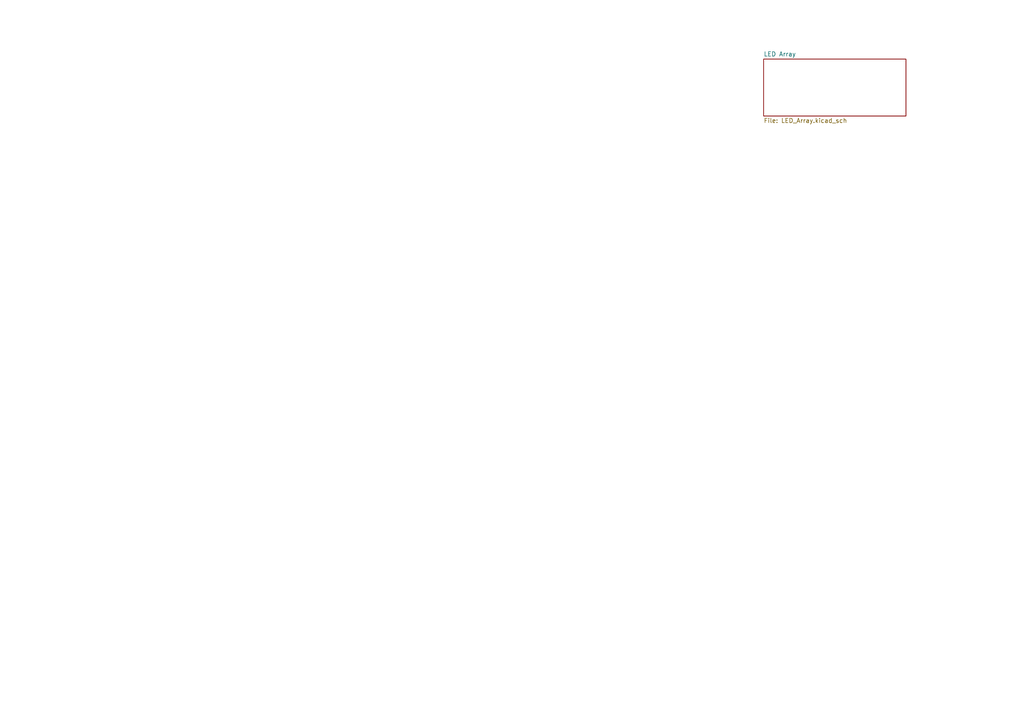
<source format=kicad_sch>
(kicad_sch (version 20230121) (generator eeschema)
  (paper "A4")
  (title_block (title "OpenActionCam") (date "2025-04-10") (rev "0.2") (company "KBader94") (comment 1 "https://github.com/kbader94/OpenActionCam"))
  (lib_symbols)
  (sheet (at 221.488 17.145) (size 41.275 16.51) (stroke (width 0.1524))
    (property "Sheetname" "LED Array" (at 221.488 16.4334 0) (effects (justify left bottom)))
    (property "Sheetfile" "LED_Array.kicad_sch" (at 221.488 34.2396 0) (effects (justify left top)))
  )
)
</source>
